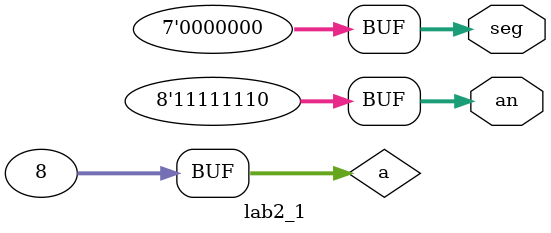
<source format=v>
module lab2_1(
    output wire [7:0] an,
    output wire [6:0] seg
    );
    integer a=8;
    assign an=8'b11111110;
    assign seg = 7'b0000000;
endmodule
</source>
